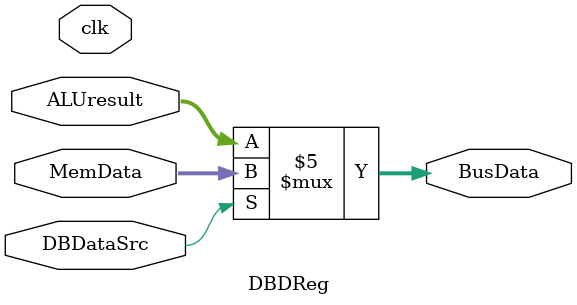
<source format=v>
`timescale 1ns / 1ps


module DBDReg(
    input clk,
    input [31:0] MemData,
    input [31:0] ALUresult,
    input DBDataSrc,
    output reg[31:0] BusData
    );
    
    initial begin
        BusData = 0;
    end
    
    always@(ALUresult or MemData or DBDataSrc) begin
        if(DBDataSrc == 1) begin
            BusData <= MemData;
        end
        else begin
            BusData <= ALUresult;
        end
    end
    
endmodule

</source>
